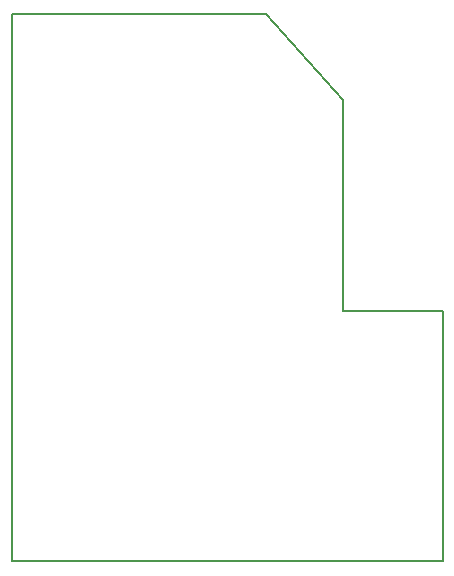
<source format=gbr>
%TF.GenerationSoftware,KiCad,Pcbnew,(6.0.4-0)*%
%TF.CreationDate,2023-01-17T00:41:14-07:00*%
%TF.ProjectId,Gamecube_SD2SP2PRO,47616d65-6375-4626-955f-534432535032,rev?*%
%TF.SameCoordinates,Original*%
%TF.FileFunction,Profile,NP*%
%FSLAX46Y46*%
G04 Gerber Fmt 4.6, Leading zero omitted, Abs format (unit mm)*
G04 Created by KiCad (PCBNEW (6.0.4-0)) date 2023-01-17 00:41:14*
%MOMM*%
%LPD*%
G01*
G04 APERTURE LIST*
%TA.AperFunction,Profile*%
%ADD10C,0.150000*%
%TD*%
G04 APERTURE END LIST*
D10*
X102100000Y-61970000D02*
X102100000Y-79780000D01*
X102100000Y-79780000D02*
X110564286Y-79780000D01*
X110564286Y-101000000D02*
X110564286Y-79780000D01*
X74064286Y-54670000D02*
X74064286Y-101000000D01*
X74064286Y-54670000D02*
X95564286Y-54670000D01*
X74064286Y-101000000D02*
X110564286Y-101000000D01*
X95564286Y-54670000D02*
X102100000Y-61970000D01*
M02*

</source>
